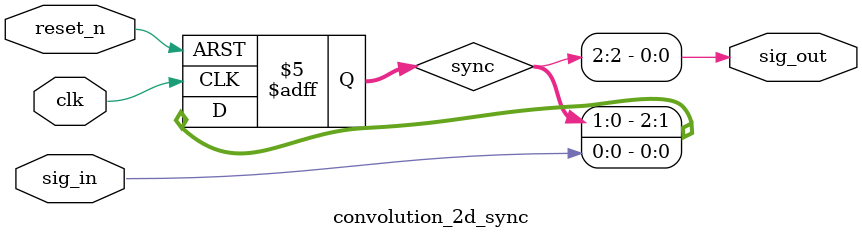
<source format=v>
module convolution_2d_sync
     #(parameter ACTIVE_HIGH=1 // 1: high-input cause hihg-output
               , CYCLES=2)
(
       input  wire        reset_n
     , input  wire        clk
     , input  wire        sig_in
     , output wire        sig_out
);
   //---------------------------------------------------------------------------
   localparam INIT_VALUE=(ACTIVE_HIGH[0]==1'b1) ? 'b0 : 'b1;
   //---------------------------------------------------------------------------
   reg [CYCLES:0] sync={CYCLES+1{INIT_VALUE[0]}};
   //---------------------------------------------------------------------------
   integer idx;
   always @ (posedge clk or negedge reset_n) begin
   if (reset_n==1'b0) begin
       sync <= {CYCLES+1{INIT_VALUE[0]}};
   end else begin
       sync[0] <= sig_in;
       for (idx=1; idx<=CYCLES; idx=idx+1) begin
            sync[idx] <= sync[idx-1];
       end
   end // if
   end // always
   //---------------------------------------------------------------------------
   assign sig_out = sync[CYCLES];
   //---------------------------------------------------------------------------
endmodule
//------------------------------------------------------------------------------
// Revision History
//
// 2021.06.10: Started by Ando Ki (andoki@gmail.com)
//------------------------------------------------------------------------------

</source>
